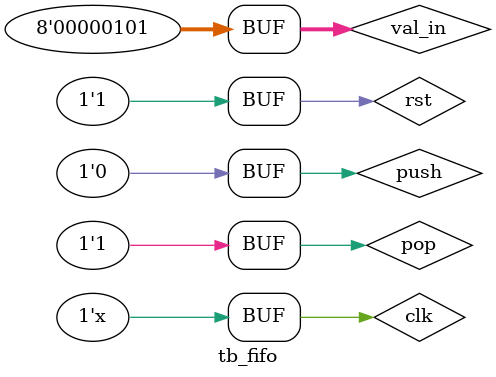
<source format=v>
`timescale 1ns/100ps

module tb_fifo;

parameter clk_cycle = 2;
parameter DEPTH_BITS = 3;
parameter DATA_WIDTH = 8;

reg clk, rst;

always #(clk_cycle/2) clk = ~clk;

reg  [DATA_WIDTH-1:0] val_in;
wire [DATA_WIDTH-1:0] val_out;
reg  pop, push;
wire full, empty;

fifo #(.DEPTH_BITS(DEPTH_BITS), .DATA_WIDTH(DATA_WIDTH)) 
  dut (.clk(clk), .rst(rst), .val_in(val_in), .val_out(val_out), 
       .push(push), .pop(pop), .full(full), .empty(empty));

initial
begin
  rst = 0;
  val_in = 5;
  push = 0;
  pop = 0;
  clk = 0;
  #4
  rst = 1;
  push = 1;
  #4
  push = 0;
  #4
  push = 1;
  #30;
  push = 0;
  pop = 1;
  #30;
end

endmodule

</source>
